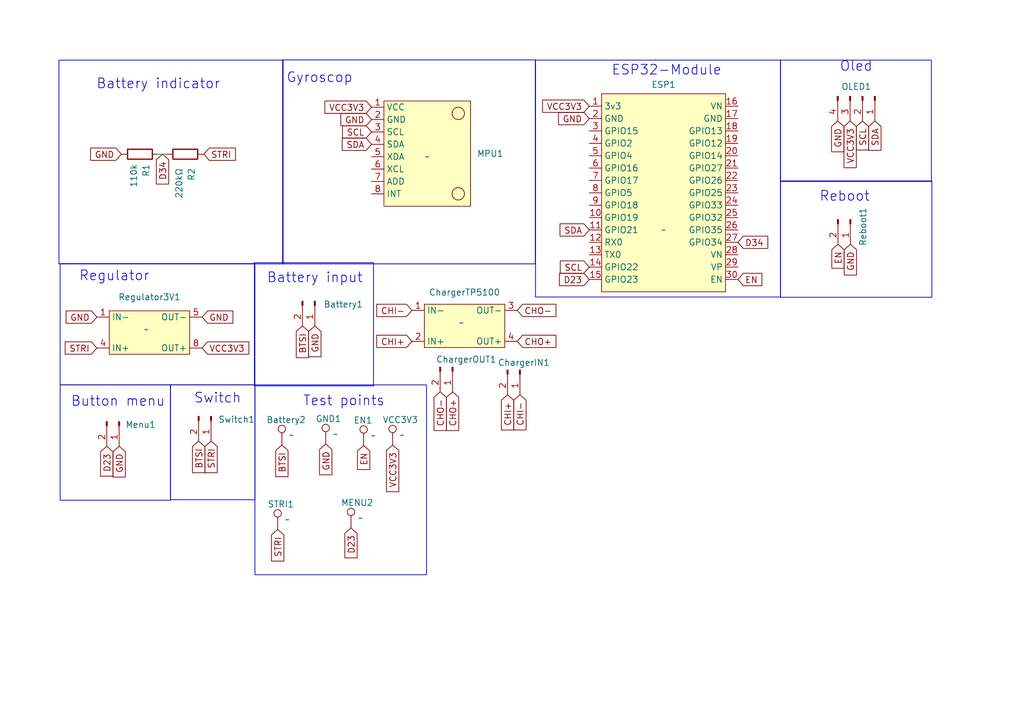
<source format=kicad_sch>
(kicad_sch (version 20230121) (generator eeschema)

  (uuid f46c33c8-782a-49f5-971c-27a888433346)

  (paper "A5")

  (title_block
    (title "Gyroscopic controller")
    (rev "Dominik Klein")
  )

  (lib_symbols
    (symbol "Connector:Conn_01x02_Pin" (pin_names (offset 1.016) hide) (in_bom yes) (on_board yes)
      (property "Reference" "J" (at 0 2.54 0)
        (effects (font (size 1.27 1.27)))
      )
      (property "Value" "Conn_01x02_Pin" (at 0 -5.08 0)
        (effects (font (size 1.27 1.27)))
      )
      (property "Footprint" "" (at 0 0 0)
        (effects (font (size 1.27 1.27)) hide)
      )
      (property "Datasheet" "~" (at 0 0 0)
        (effects (font (size 1.27 1.27)) hide)
      )
      (property "ki_locked" "" (at 0 0 0)
        (effects (font (size 1.27 1.27)))
      )
      (property "ki_keywords" "connector" (at 0 0 0)
        (effects (font (size 1.27 1.27)) hide)
      )
      (property "ki_description" "Generic connector, single row, 01x02, script generated" (at 0 0 0)
        (effects (font (size 1.27 1.27)) hide)
      )
      (property "ki_fp_filters" "Connector*:*_1x??_*" (at 0 0 0)
        (effects (font (size 1.27 1.27)) hide)
      )
      (symbol "Conn_01x02_Pin_1_1"
        (polyline
          (pts
            (xy 1.27 -2.54)
            (xy 0.8636 -2.54)
          )
          (stroke (width 0.1524) (type default))
          (fill (type none))
        )
        (polyline
          (pts
            (xy 1.27 0)
            (xy 0.8636 0)
          )
          (stroke (width 0.1524) (type default))
          (fill (type none))
        )
        (rectangle (start 0.8636 -2.413) (end 0 -2.667)
          (stroke (width 0.1524) (type default))
          (fill (type outline))
        )
        (rectangle (start 0.8636 0.127) (end 0 -0.127)
          (stroke (width 0.1524) (type default))
          (fill (type outline))
        )
        (pin passive line (at 5.08 0 180) (length 3.81)
          (name "Pin_1" (effects (font (size 1.27 1.27))))
          (number "1" (effects (font (size 1.27 1.27))))
        )
        (pin passive line (at 5.08 -2.54 180) (length 3.81)
          (name "Pin_2" (effects (font (size 1.27 1.27))))
          (number "2" (effects (font (size 1.27 1.27))))
        )
      )
    )
    (symbol "Connector:Conn_01x04_Pin" (pin_names (offset 1.016) hide) (in_bom yes) (on_board yes)
      (property "Reference" "J" (at 0 5.08 0)
        (effects (font (size 1.27 1.27)))
      )
      (property "Value" "Conn_01x04_Pin" (at 0 -7.62 0)
        (effects (font (size 1.27 1.27)))
      )
      (property "Footprint" "" (at 0 0 0)
        (effects (font (size 1.27 1.27)) hide)
      )
      (property "Datasheet" "~" (at 0 0 0)
        (effects (font (size 1.27 1.27)) hide)
      )
      (property "ki_locked" "" (at 0 0 0)
        (effects (font (size 1.27 1.27)))
      )
      (property "ki_keywords" "connector" (at 0 0 0)
        (effects (font (size 1.27 1.27)) hide)
      )
      (property "ki_description" "Generic connector, single row, 01x04, script generated" (at 0 0 0)
        (effects (font (size 1.27 1.27)) hide)
      )
      (property "ki_fp_filters" "Connector*:*_1x??_*" (at 0 0 0)
        (effects (font (size 1.27 1.27)) hide)
      )
      (symbol "Conn_01x04_Pin_1_1"
        (polyline
          (pts
            (xy 1.27 -5.08)
            (xy 0.8636 -5.08)
          )
          (stroke (width 0.1524) (type default))
          (fill (type none))
        )
        (polyline
          (pts
            (xy 1.27 -2.54)
            (xy 0.8636 -2.54)
          )
          (stroke (width 0.1524) (type default))
          (fill (type none))
        )
        (polyline
          (pts
            (xy 1.27 0)
            (xy 0.8636 0)
          )
          (stroke (width 0.1524) (type default))
          (fill (type none))
        )
        (polyline
          (pts
            (xy 1.27 2.54)
            (xy 0.8636 2.54)
          )
          (stroke (width 0.1524) (type default))
          (fill (type none))
        )
        (rectangle (start 0.8636 -4.953) (end 0 -5.207)
          (stroke (width 0.1524) (type default))
          (fill (type outline))
        )
        (rectangle (start 0.8636 -2.413) (end 0 -2.667)
          (stroke (width 0.1524) (type default))
          (fill (type outline))
        )
        (rectangle (start 0.8636 0.127) (end 0 -0.127)
          (stroke (width 0.1524) (type default))
          (fill (type outline))
        )
        (rectangle (start 0.8636 2.667) (end 0 2.413)
          (stroke (width 0.1524) (type default))
          (fill (type outline))
        )
        (pin passive line (at 5.08 2.54 180) (length 3.81)
          (name "Pin_1" (effects (font (size 1.27 1.27))))
          (number "1" (effects (font (size 1.27 1.27))))
        )
        (pin passive line (at 5.08 0 180) (length 3.81)
          (name "Pin_2" (effects (font (size 1.27 1.27))))
          (number "2" (effects (font (size 1.27 1.27))))
        )
        (pin passive line (at 5.08 -2.54 180) (length 3.81)
          (name "Pin_3" (effects (font (size 1.27 1.27))))
          (number "3" (effects (font (size 1.27 1.27))))
        )
        (pin passive line (at 5.08 -5.08 180) (length 3.81)
          (name "Pin_4" (effects (font (size 1.27 1.27))))
          (number "4" (effects (font (size 1.27 1.27))))
        )
      )
    )
    (symbol "Connector:TestPoint" (pin_numbers hide) (pin_names (offset 0.762) hide) (in_bom yes) (on_board yes)
      (property "Reference" "TP" (at 0 6.858 0)
        (effects (font (size 1.27 1.27)))
      )
      (property "Value" "TestPoint" (at 0 5.08 0)
        (effects (font (size 1.27 1.27)))
      )
      (property "Footprint" "" (at 5.08 0 0)
        (effects (font (size 1.27 1.27)) hide)
      )
      (property "Datasheet" "~" (at 5.08 0 0)
        (effects (font (size 1.27 1.27)) hide)
      )
      (property "ki_keywords" "test point tp" (at 0 0 0)
        (effects (font (size 1.27 1.27)) hide)
      )
      (property "ki_description" "test point" (at 0 0 0)
        (effects (font (size 1.27 1.27)) hide)
      )
      (property "ki_fp_filters" "Pin* Test*" (at 0 0 0)
        (effects (font (size 1.27 1.27)) hide)
      )
      (symbol "TestPoint_0_1"
        (circle (center 0 3.302) (radius 0.762)
          (stroke (width 0) (type default))
          (fill (type none))
        )
      )
      (symbol "TestPoint_1_1"
        (pin passive line (at 0 0 90) (length 2.54)
          (name "1" (effects (font (size 1.27 1.27))))
          (number "1" (effects (font (size 1.27 1.27))))
        )
      )
    )
    (symbol "Device:R" (pin_numbers hide) (pin_names (offset 0)) (in_bom yes) (on_board yes)
      (property "Reference" "R" (at 2.032 0 90)
        (effects (font (size 1.27 1.27)))
      )
      (property "Value" "R" (at 0 0 90)
        (effects (font (size 1.27 1.27)))
      )
      (property "Footprint" "" (at -1.778 0 90)
        (effects (font (size 1.27 1.27)) hide)
      )
      (property "Datasheet" "~" (at 0 0 0)
        (effects (font (size 1.27 1.27)) hide)
      )
      (property "ki_keywords" "R res resistor" (at 0 0 0)
        (effects (font (size 1.27 1.27)) hide)
      )
      (property "ki_description" "Resistor" (at 0 0 0)
        (effects (font (size 1.27 1.27)) hide)
      )
      (property "ki_fp_filters" "R_*" (at 0 0 0)
        (effects (font (size 1.27 1.27)) hide)
      )
      (symbol "R_0_1"
        (rectangle (start -1.016 -2.54) (end 1.016 2.54)
          (stroke (width 0.254) (type default))
          (fill (type none))
        )
      )
      (symbol "R_1_1"
        (pin passive line (at 0 3.81 270) (length 1.27)
          (name "~" (effects (font (size 1.27 1.27))))
          (number "1" (effects (font (size 1.27 1.27))))
        )
        (pin passive line (at 0 -3.81 90) (length 1.27)
          (name "~" (effects (font (size 1.27 1.27))))
          (number "2" (effects (font (size 1.27 1.27))))
        )
      )
    )
    (symbol "Gyroskopicke-pomucky:ESP32" (in_bom yes) (on_board yes)
      (property "Reference" "ESP32" (at 0 -11.43 0)
        (effects (font (size 1.27 1.27)))
      )
      (property "Value" "" (at 0 0 0)
        (effects (font (size 1.27 1.27)))
      )
      (property "Footprint" "Gyroskopicke-pomucky:ESP32_30Pin_Module" (at 1.27 -13.97 0)
        (effects (font (size 1.27 1.27)) hide)
      )
      (property "Datasheet" "" (at 0 0 0)
        (effects (font (size 1.27 1.27)) hide)
      )
      (symbol "ESP32_1_1"
        (rectangle (start -12.7 27.94) (end 12.7 -12.7)
          (stroke (width 0) (type default))
          (fill (type background))
        )
        (pin input line (at -15.24 25.4 0) (length 2.54)
          (name "3v3" (effects (font (size 1.27 1.27))))
          (number "1" (effects (font (size 1.27 1.27))))
        )
        (pin input line (at -15.24 2.54 0) (length 2.54)
          (name "GPIO19" (effects (font (size 1.27 1.27))))
          (number "10" (effects (font (size 1.27 1.27))))
        )
        (pin input line (at -15.24 0 0) (length 2.54)
          (name "GPIO21" (effects (font (size 1.27 1.27))))
          (number "11" (effects (font (size 1.27 1.27))))
        )
        (pin input line (at -15.24 -2.54 0) (length 2.54)
          (name "RX0" (effects (font (size 1.27 1.27))))
          (number "12" (effects (font (size 1.27 1.27))))
        )
        (pin input line (at -15.24 -5.08 0) (length 2.54)
          (name "TX0" (effects (font (size 1.27 1.27))))
          (number "13" (effects (font (size 1.27 1.27))))
        )
        (pin input line (at -15.24 -7.62 0) (length 2.54)
          (name "GPIO22" (effects (font (size 1.27 1.27))))
          (number "14" (effects (font (size 1.27 1.27))))
        )
        (pin input line (at -15.24 -10.16 0) (length 2.54)
          (name "GPIO23" (effects (font (size 1.27 1.27))))
          (number "15" (effects (font (size 1.27 1.27))))
        )
        (pin input line (at 15.24 25.4 180) (length 2.54)
          (name "VN" (effects (font (size 1.27 1.27))))
          (number "16" (effects (font (size 1.27 1.27))))
        )
        (pin input line (at 15.24 22.86 180) (length 2.54)
          (name "GND" (effects (font (size 1.27 1.27))))
          (number "17" (effects (font (size 1.27 1.27))))
        )
        (pin input line (at 15.24 20.32 180) (length 2.54)
          (name "GPIO13" (effects (font (size 1.27 1.27))))
          (number "18" (effects (font (size 1.27 1.27))))
        )
        (pin input line (at 15.24 17.78 180) (length 2.54)
          (name "GPIO12" (effects (font (size 1.27 1.27))))
          (number "19" (effects (font (size 1.27 1.27))))
        )
        (pin input line (at -15.24 22.86 0) (length 2.54)
          (name "GND" (effects (font (size 1.27 1.27))))
          (number "2" (effects (font (size 1.27 1.27))))
        )
        (pin input line (at 15.24 15.24 180) (length 2.54)
          (name "GPIO14" (effects (font (size 1.27 1.27))))
          (number "20" (effects (font (size 1.27 1.27))))
        )
        (pin input line (at 15.24 12.7 180) (length 2.54)
          (name "GPIO27" (effects (font (size 1.27 1.27))))
          (number "21" (effects (font (size 1.27 1.27))))
        )
        (pin input line (at 15.24 10.16 180) (length 2.54)
          (name "GPIO26" (effects (font (size 1.27 1.27))))
          (number "22" (effects (font (size 1.27 1.27))))
        )
        (pin input line (at 15.24 7.62 180) (length 2.54)
          (name "GPIO25" (effects (font (size 1.27 1.27))))
          (number "23" (effects (font (size 1.27 1.27))))
        )
        (pin input line (at 15.24 5.08 180) (length 2.54)
          (name "GPIO33" (effects (font (size 1.27 1.27))))
          (number "24" (effects (font (size 1.27 1.27))))
        )
        (pin input line (at 15.24 2.54 180) (length 2.54)
          (name "GPIO32" (effects (font (size 1.27 1.27))))
          (number "25" (effects (font (size 1.27 1.27))))
        )
        (pin input line (at 15.24 0 180) (length 2.54)
          (name "GPIO35" (effects (font (size 1.27 1.27))))
          (number "26" (effects (font (size 1.27 1.27))))
        )
        (pin input line (at 15.24 -2.54 180) (length 2.54)
          (name "GPIO34" (effects (font (size 1.27 1.27))))
          (number "27" (effects (font (size 1.27 1.27))))
        )
        (pin input line (at 15.24 -5.08 180) (length 2.54)
          (name "VN" (effects (font (size 1.27 1.27))))
          (number "28" (effects (font (size 1.27 1.27))))
        )
        (pin input line (at 15.24 -7.62 180) (length 2.54)
          (name "VP" (effects (font (size 1.27 1.27))))
          (number "29" (effects (font (size 1.27 1.27))))
        )
        (pin input line (at -15.24 20.32 0) (length 2.54)
          (name "GPIO15" (effects (font (size 1.27 1.27))))
          (number "3" (effects (font (size 1.27 1.27))))
        )
        (pin input line (at 15.24 -10.16 180) (length 2.54)
          (name "EN" (effects (font (size 1.27 1.27))))
          (number "30" (effects (font (size 1.27 1.27))))
        )
        (pin input line (at -15.24 17.78 0) (length 2.54)
          (name "GPIO2" (effects (font (size 1.27 1.27))))
          (number "4" (effects (font (size 1.27 1.27))))
        )
        (pin input line (at -15.24 15.24 0) (length 2.54)
          (name "GPIO4" (effects (font (size 1.27 1.27))))
          (number "5" (effects (font (size 1.27 1.27))))
        )
        (pin input line (at -15.24 12.7 0) (length 2.54)
          (name "GPIO16" (effects (font (size 1.27 1.27))))
          (number "6" (effects (font (size 1.27 1.27))))
        )
        (pin input line (at -15.24 10.16 0) (length 2.54)
          (name "GPIO17" (effects (font (size 1.27 1.27))))
          (number "7" (effects (font (size 1.27 1.27))))
        )
        (pin input line (at -15.24 7.62 0) (length 2.54)
          (name "GPIO5" (effects (font (size 1.27 1.27))))
          (number "8" (effects (font (size 1.27 1.27))))
        )
        (pin input line (at -15.24 5.08 0) (length 2.54)
          (name "GPIO18" (effects (font (size 1.27 1.27))))
          (number "9" (effects (font (size 1.27 1.27))))
        )
      )
    )
    (symbol "Gyroskopicke-pomucky:Gyroskop" (in_bom yes) (on_board yes)
      (property "Reference" "MPU6050" (at 0 -16.51 0)
        (effects (font (size 1.27 1.27)))
      )
      (property "Value" "" (at 0 0 0)
        (effects (font (size 1.27 1.27)))
      )
      (property "Footprint" "" (at 0 0 0)
        (effects (font (size 1.27 1.27)) hide)
      )
      (property "Datasheet" "" (at 0 0 0)
        (effects (font (size 1.27 1.27)) hide)
      )
      (symbol "Gyroskop_1_1"
        (rectangle (start -8.89 11.43) (end 8.89 -10.16)
          (stroke (width 0) (type default))
          (fill (type background))
        )
        (circle (center 6.35 -7.62) (radius 1.27)
          (stroke (width 0) (type default))
          (fill (type none))
        )
        (circle (center 6.35 8.89) (radius 1.27)
          (stroke (width 0) (type default))
          (fill (type none))
        )
        (pin input line (at -11.43 10.16 0) (length 2.54)
          (name "VCC" (effects (font (size 1.27 1.27))))
          (number "1" (effects (font (size 1.27 1.27))))
        )
        (pin input line (at -11.43 7.62 0) (length 2.54)
          (name "GND" (effects (font (size 1.27 1.27))))
          (number "2" (effects (font (size 1.27 1.27))))
        )
        (pin input line (at -11.43 5.08 0) (length 2.54)
          (name "SCL" (effects (font (size 1.27 1.27))))
          (number "3" (effects (font (size 1.27 1.27))))
        )
        (pin input line (at -11.43 2.54 0) (length 2.54)
          (name "SDA" (effects (font (size 1.27 1.27))))
          (number "4" (effects (font (size 1.27 1.27))))
        )
        (pin input line (at -11.43 0 0) (length 2.54)
          (name "XDA" (effects (font (size 1.27 1.27))))
          (number "5" (effects (font (size 1.27 1.27))))
        )
        (pin input line (at -11.43 -2.54 0) (length 2.54)
          (name "XCL" (effects (font (size 1.27 1.27))))
          (number "6" (effects (font (size 1.27 1.27))))
        )
        (pin input line (at -11.43 -5.08 0) (length 2.54)
          (name "ADD" (effects (font (size 1.27 1.27))))
          (number "7" (effects (font (size 1.27 1.27))))
        )
        (pin input line (at -11.43 -7.62 0) (length 2.54)
          (name "INT" (effects (font (size 1.27 1.27))))
          (number "8" (effects (font (size 1.27 1.27))))
        )
      )
    )
    (symbol "Gyroskopicke-pomucky:Regulator" (in_bom yes) (on_board yes)
      (property "Reference" "Regulator3V3" (at 0 5.08 0)
        (effects (font (size 1.27 1.27)))
      )
      (property "Value" "" (at 0 0 0)
        (effects (font (size 1.27 1.27)))
      )
      (property "Footprint" "Gyroskopicke-pomucky:Regulator" (at 0 -7.62 0)
        (effects (font (size 1.27 1.27)) hide)
      )
      (property "Datasheet" "" (at 0 0 0)
        (effects (font (size 1.27 1.27)) hide)
      )
      (symbol "Regulator_1_1"
        (rectangle (start -7.62 3.81) (end 8.89 -5.08)
          (stroke (width 0) (type default))
          (fill (type background))
        )
        (pin input line (at -10.16 2.54 0) (length 2.54)
          (name "IN-" (effects (font (size 1.27 1.27))))
          (number "1" (effects (font (size 1.27 1.27))))
        )
        (pin input line (at -10.16 -3.81 0) (length 2.54)
          (name "IN+" (effects (font (size 1.27 1.27))))
          (number "4" (effects (font (size 1.27 1.27))))
        )
        (pin input line (at 11.43 2.54 180) (length 2.54)
          (name "OUT-" (effects (font (size 1.27 1.27))))
          (number "5" (effects (font (size 1.27 1.27))))
        )
        (pin input line (at 11.43 -3.81 180) (length 2.54)
          (name "OUT+" (effects (font (size 1.27 1.27))))
          (number "8" (effects (font (size 1.27 1.27))))
        )
      )
    )
    (symbol "Regulator_1" (in_bom yes) (on_board yes)
      (property "Reference" "Regulator3V3" (at 0 5.08 0)
        (effects (font (size 1.27 1.27)))
      )
      (property "Value" "" (at 0 0 0)
        (effects (font (size 1.27 1.27)))
      )
      (property "Footprint" "Gyroskopicke-pomucky:Regulator" (at 0 -7.62 0)
        (effects (font (size 1.27 1.27)) hide)
      )
      (property "Datasheet" "" (at 0 0 0)
        (effects (font (size 1.27 1.27)) hide)
      )
      (symbol "Regulator_1_1_1"
        (rectangle (start -7.62 3.81) (end 8.89 -5.08)
          (stroke (width 0) (type default))
          (fill (type background))
        )
        (pin input line (at -10.16 2.54 0) (length 2.54)
          (name "IN-" (effects (font (size 1.27 1.27))))
          (number "1" (effects (font (size 1.27 1.27))))
        )
        (pin input line (at -10.16 -3.81 0) (length 2.54)
          (name "IN+" (effects (font (size 1.27 1.27))))
          (number "2" (effects (font (size 1.27 1.27))))
        )
        (pin input line (at 11.43 2.54 180) (length 2.54)
          (name "OUT-" (effects (font (size 1.27 1.27))))
          (number "3" (effects (font (size 1.27 1.27))))
        )
        (pin input line (at 11.43 -3.81 180) (length 2.54)
          (name "OUT+" (effects (font (size 1.27 1.27))))
          (number "4" (effects (font (size 1.27 1.27))))
        )
      )
    )
  )


  (wire (pts (xy 34.1884 31.6484) (xy 32.512 31.6484))
    (stroke (width 0) (type default))
    (uuid 24ae18e0-6c06-444d-890f-6374ce5c57b7)
  )

  (rectangle (start 52.2732 78.994) (end 87.4776 117.9576)
    (stroke (width 0) (type default))
    (fill (type none))
    (uuid 84373380-8c4e-4f55-8895-e78752065d8b)
  )
  (rectangle (start 160.0708 37.1348) (end 191.1096 61.0108)
    (stroke (width 0) (type default))
    (fill (type none))
    (uuid aab4d5d6-1fc8-483f-a5f1-8bc30b0504f1)
  )
  (rectangle (start 34.9504 78.994) (end 52.2732 102.5652)
    (stroke (width 0) (type default))
    (fill (type none))
    (uuid b1da384c-a982-4e9d-9b76-55103a3b554e)
  )
  (rectangle (start 12.3444 54.102) (end 52.2732 78.994)
    (stroke (width 0) (type default))
    (fill (type none))
    (uuid ce2eea9f-6a35-44f0-92c8-9467e234a583)
  )
  (rectangle (start 57.9628 12.2936) (end 109.7788 54.1528)
    (stroke (width 0) (type default))
    (fill (type none))
    (uuid ce5316ca-6fb9-4ed5-aa1e-8beccb783e97)
  )
  (rectangle (start 109.8296 12.3444) (end 160.0708 60.96)
    (stroke (width 0) (type default))
    (fill (type none))
    (uuid d71bc247-0a7d-4f37-8b08-9b2d733100ba)
  )
  (rectangle (start 160.0708 12.3444) (end 191.008 37.2364)
    (stroke (width 0) (type default))
    (fill (type none))
    (uuid d9c08bc0-2a5c-49b3-b766-9f3e57686b23)
  )
  (rectangle (start 12.3444 78.994) (end 34.9504 102.6668)
    (stroke (width 0) (type default))
    (fill (type none))
    (uuid dc518b70-819c-4d70-a8dc-89f36319f9b5)
  )
  (rectangle (start 12.0904 12.3444) (end 58.0644 54.1528)
    (stroke (width 0) (type default))
    (fill (type none))
    (uuid ef2530a8-86b3-446f-ab3f-60fc149d35fe)
  )
  (rectangle (start 52.1716 53.8988) (end 76.6064 79.1972)
    (stroke (width 0) (type default))
    (fill (type none))
    (uuid fd2306d0-85b4-48b8-922b-00e4a8a7d658)
  )

  (text "Button menu\n" (at 14.478 83.6676 0)
    (effects (font (size 2 2)) (justify left bottom))
    (uuid 3ce0209f-df2a-4dde-97e4-df4bcc871e9e)
  )
  (text "Reboot\n\n" (at 167.9956 44.8056 0)
    (effects (font (size 2 2)) (justify left bottom))
    (uuid 429b915e-731c-481b-80a9-7dc96d858b3a)
  )
  (text "ESP32-Module" (at 125.3744 15.6972 0)
    (effects (font (size 2 2)) (justify left bottom))
    (uuid 4b8c2468-0322-4862-9475-4a03a4e2dc9d)
  )
  (text "Gyroscop\n\n\n" (at 58.674 23.6728 0)
    (effects (font (size 2 2)) (justify left bottom))
    (uuid 574fbfab-816a-42f6-ae31-14f36af88d45)
  )
  (text "Regulator\n" (at 16.1544 57.912 0)
    (effects (font (size 2 2)) (justify left bottom))
    (uuid 672a3ba4-420d-4dbf-b443-af96c77295d1)
  )
  (text "Oled\n\n" (at 172.1612 18.1356 0)
    (effects (font (size 2 2)) (justify left bottom))
    (uuid 6ee9e5a1-d4ed-4d62-8ac9-e48a46901d18)
  )
  (text "Battery indicator\n\n\n" (at 19.7104 24.9428 0)
    (effects (font (size 2 2)) (justify left bottom))
    (uuid 7298273f-14ac-42cb-a5d9-d7bf0dcdaf7b)
  )
  (text "Battery input\n\n" (at 54.6608 61.5188 0)
    (effects (font (size 2 2)) (justify left bottom))
    (uuid 7aad5b9d-f3b7-43c9-98d4-d32564652d17)
  )
  (text "Switch\n" (at 39.7256 83.0072 0)
    (effects (font (size 2 2)) (justify left bottom))
    (uuid d579d189-cbf6-4f0e-9726-bd98ee88ae3f)
  )
  (text "Test points\n" (at 62.0776 83.566 0)
    (effects (font (size 2 2)) (justify left bottom))
    (uuid e7fc5ca7-426a-4717-b722-97d1e655c5ca)
  )

  (global_label "BTSI" (shape input) (at 62.0268 66.9036 270) (fields_autoplaced)
    (effects (font (size 1.27 1.27)) (justify right))
    (uuid 076a99e5-264a-4f09-b173-deba337a6415)
    (property "Intersheetrefs" "${INTERSHEET_REFS}" (at 62.0268 73.9407 90)
      (effects (font (size 1.27 1.27)) (justify right) hide)
    )
  )
  (global_label "SCL" (shape input) (at 176.8856 24.8412 270) (fields_autoplaced)
    (effects (font (size 1.27 1.27)) (justify right))
    (uuid 08a9fa4a-8cf9-4347-919b-5aa339a8a1fb)
    (property "Intersheetrefs" "${INTERSHEET_REFS}" (at 176.8856 31.334 90)
      (effects (font (size 1.27 1.27)) (justify right) hide)
    )
  )
  (global_label "VCC3V3" (shape input) (at 80.518 91.3384 270) (fields_autoplaced)
    (effects (font (size 1.27 1.27)) (justify right))
    (uuid 1502a40e-c438-400d-a6c0-b24cdb73167e)
    (property "Intersheetrefs" "${INTERSHEET_REFS}" (at 80.518 101.4598 90)
      (effects (font (size 1.27 1.27)) (justify right) hide)
    )
  )
  (global_label "CHO+" (shape input) (at 106.0704 70.0532 0) (fields_autoplaced)
    (effects (font (size 1.27 1.27)) (justify left))
    (uuid 1524d255-fd2f-418d-be00-c27452b3f979)
    (property "Intersheetrefs" "${INTERSHEET_REFS}" (at 114.559 70.0532 0)
      (effects (font (size 1.27 1.27)) (justify left) hide)
    )
  )
  (global_label "GND" (shape input) (at 24.892 31.6484 180) (fields_autoplaced)
    (effects (font (size 1.27 1.27)) (justify right))
    (uuid 26299a52-8dd0-4fb6-85ce-6792defe1d3b)
    (property "Intersheetrefs" "${INTERSHEET_REFS}" (at 18.0363 31.6484 0)
      (effects (font (size 1.27 1.27)) (justify right) hide)
    )
  )
  (global_label "D34" (shape input) (at 151.3332 49.7332 0) (fields_autoplaced)
    (effects (font (size 1.27 1.27)) (justify left))
    (uuid 30306e90-30c2-49f0-9399-78044e9400b0)
    (property "Intersheetrefs" "${INTERSHEET_REFS}" (at 158.0074 49.7332 0)
      (effects (font (size 1.27 1.27)) (justify left) hide)
    )
  )
  (global_label "STRI" (shape input) (at 41.8084 31.6484 0) (fields_autoplaced)
    (effects (font (size 1.27 1.27)) (justify left))
    (uuid 3090365e-fdaf-4a52-99e3-38b0444f61a1)
    (property "Intersheetrefs" "${INTERSHEET_REFS}" (at 48.8455 31.6484 0)
      (effects (font (size 1.27 1.27)) (justify left) hide)
    )
  )
  (global_label "D34" (shape input) (at 33.3291 31.6484 270) (fields_autoplaced)
    (effects (font (size 1.27 1.27)) (justify right))
    (uuid 32066b88-854f-4e05-ab7f-7c462084a7f5)
    (property "Intersheetrefs" "${INTERSHEET_REFS}" (at 33.3291 38.3226 90)
      (effects (font (size 1.27 1.27)) (justify right) hide)
    )
  )
  (global_label "CHI-" (shape input) (at 84.4804 63.7032 180) (fields_autoplaced)
    (effects (font (size 1.27 1.27)) (justify right))
    (uuid 38d71d92-effa-4d4d-b71a-9672f65f5b88)
    (property "Intersheetrefs" "${INTERSHEET_REFS}" (at 76.7175 63.7032 0)
      (effects (font (size 1.27 1.27)) (justify right) hide)
    )
  )
  (global_label "VCC3V3" (shape input) (at 76.2 21.9964 180) (fields_autoplaced)
    (effects (font (size 1.27 1.27)) (justify right))
    (uuid 3d8b537f-f669-423d-845f-e69fa111b754)
    (property "Intersheetrefs" "${INTERSHEET_REFS}" (at 66.0786 21.9964 0)
      (effects (font (size 1.27 1.27)) (justify right) hide)
    )
  )
  (global_label "GND" (shape input) (at 171.8056 24.8412 270) (fields_autoplaced)
    (effects (font (size 1.27 1.27)) (justify right))
    (uuid 3ed60dde-5f72-4e86-8b27-af7e2475edb4)
    (property "Intersheetrefs" "${INTERSHEET_REFS}" (at 171.8056 31.6969 90)
      (effects (font (size 1.27 1.27)) (justify right) hide)
    )
  )
  (global_label "GND" (shape input) (at 76.2 24.5364 180) (fields_autoplaced)
    (effects (font (size 1.27 1.27)) (justify right))
    (uuid 4ec4db61-dd00-468d-9381-90f80cd4e421)
    (property "Intersheetrefs" "${INTERSHEET_REFS}" (at 69.3443 24.5364 0)
      (effects (font (size 1.27 1.27)) (justify right) hide)
    )
  )
  (global_label "CHI-" (shape input) (at 106.6292 81.026 270) (fields_autoplaced)
    (effects (font (size 1.27 1.27)) (justify right))
    (uuid 500b1638-a1cf-4ce3-8abf-143f23652c4a)
    (property "Intersheetrefs" "${INTERSHEET_REFS}" (at 106.6292 88.7889 90)
      (effects (font (size 1.27 1.27)) (justify right) hide)
    )
  )
  (global_label "CHO+" (shape input) (at 92.8116 80.4164 270) (fields_autoplaced)
    (effects (font (size 1.27 1.27)) (justify right))
    (uuid 50342c03-be89-4a43-ae92-dfb01fd54ef5)
    (property "Intersheetrefs" "${INTERSHEET_REFS}" (at 92.8116 88.905 90)
      (effects (font (size 1.27 1.27)) (justify right) hide)
    )
  )
  (global_label "CHO-" (shape input) (at 106.0704 63.7032 0) (fields_autoplaced)
    (effects (font (size 1.27 1.27)) (justify left))
    (uuid 5938a6de-79e9-4ffa-8545-1cd284491c6e)
    (property "Intersheetrefs" "${INTERSHEET_REFS}" (at 114.559 63.7032 0)
      (effects (font (size 1.27 1.27)) (justify left) hide)
    )
  )
  (global_label "SDA" (shape input) (at 179.4256 24.8412 270) (fields_autoplaced)
    (effects (font (size 1.27 1.27)) (justify right))
    (uuid 5c1791b9-c356-47a2-b333-9465d202cb72)
    (property "Intersheetrefs" "${INTERSHEET_REFS}" (at 179.4256 31.3945 90)
      (effects (font (size 1.27 1.27)) (justify right) hide)
    )
  )
  (global_label "GND" (shape input) (at 120.8532 24.3332 180) (fields_autoplaced)
    (effects (font (size 1.27 1.27)) (justify right))
    (uuid 6039eb1f-c736-4b6e-bdbf-fdd7f88e9387)
    (property "Intersheetrefs" "${INTERSHEET_REFS}" (at 113.9975 24.3332 0)
      (effects (font (size 1.27 1.27)) (justify right) hide)
    )
  )
  (global_label "GND" (shape input) (at 19.8628 65.0748 180) (fields_autoplaced)
    (effects (font (size 1.27 1.27)) (justify right))
    (uuid 68c0d79c-0fe0-48e8-ab38-584a92e796f1)
    (property "Intersheetrefs" "${INTERSHEET_REFS}" (at 13.0071 65.0748 0)
      (effects (font (size 1.27 1.27)) (justify right) hide)
    )
  )
  (global_label "SDA" (shape input) (at 120.8532 47.1932 180) (fields_autoplaced)
    (effects (font (size 1.27 1.27)) (justify right))
    (uuid 6de43bb9-dbae-4664-9143-367c1cbe4458)
    (property "Intersheetrefs" "${INTERSHEET_REFS}" (at 114.2999 47.1932 0)
      (effects (font (size 1.27 1.27)) (justify right) hide)
    )
  )
  (global_label "VCC3V3" (shape input) (at 41.4528 71.4248 0) (fields_autoplaced)
    (effects (font (size 1.27 1.27)) (justify left))
    (uuid 7b57ddb1-9c69-421d-90c8-643481c78344)
    (property "Intersheetrefs" "${INTERSHEET_REFS}" (at 51.5742 71.4248 0)
      (effects (font (size 1.27 1.27)) (justify left) hide)
    )
  )
  (global_label "BTSI" (shape input) (at 40.7416 90.5256 270) (fields_autoplaced)
    (effects (font (size 1.27 1.27)) (justify right))
    (uuid 7b64aa25-e012-4a30-87c8-3540c81bc4b1)
    (property "Intersheetrefs" "${INTERSHEET_REFS}" (at 40.7416 97.5627 90)
      (effects (font (size 1.27 1.27)) (justify right) hide)
    )
  )
  (global_label "CHO-" (shape input) (at 90.2716 80.4164 270) (fields_autoplaced)
    (effects (font (size 1.27 1.27)) (justify right))
    (uuid 7ffa1ac4-f090-421c-a0ee-ab282d9c2315)
    (property "Intersheetrefs" "${INTERSHEET_REFS}" (at 90.2716 88.905 90)
      (effects (font (size 1.27 1.27)) (justify right) hide)
    )
  )
  (global_label "SCL" (shape input) (at 76.2 27.0764 180) (fields_autoplaced)
    (effects (font (size 1.27 1.27)) (justify right))
    (uuid 8091eda2-ed0b-42ff-96fb-b315b06a889a)
    (property "Intersheetrefs" "${INTERSHEET_REFS}" (at 69.7072 27.0764 0)
      (effects (font (size 1.27 1.27)) (justify right) hide)
    )
  )
  (global_label "EN" (shape input) (at 74.5744 91.44 270) (fields_autoplaced)
    (effects (font (size 1.27 1.27)) (justify right))
    (uuid 8cee68b7-9206-452f-bc72-9755018615e3)
    (property "Intersheetrefs" "${INTERSHEET_REFS}" (at 74.5744 96.9047 90)
      (effects (font (size 1.27 1.27)) (justify right) hide)
    )
  )
  (global_label "EN" (shape input) (at 171.8564 50.1396 270) (fields_autoplaced)
    (effects (font (size 1.27 1.27)) (justify right))
    (uuid 8d053649-0265-407a-9c9e-717c37e69e3c)
    (property "Intersheetrefs" "${INTERSHEET_REFS}" (at 171.8564 55.6043 90)
      (effects (font (size 1.27 1.27)) (justify right) hide)
    )
  )
  (global_label "VCC3V3" (shape input) (at 120.8532 21.7932 180) (fields_autoplaced)
    (effects (font (size 1.27 1.27)) (justify right))
    (uuid 97fbac8b-2a00-48a7-a3d6-6b2dd6fdc888)
    (property "Intersheetrefs" "${INTERSHEET_REFS}" (at 110.7318 21.7932 0)
      (effects (font (size 1.27 1.27)) (justify right) hide)
    )
  )
  (global_label "STRI" (shape input) (at 43.2816 90.5256 270) (fields_autoplaced)
    (effects (font (size 1.27 1.27)) (justify right))
    (uuid a5b42c7f-e43a-442b-b39b-12c3392c124f)
    (property "Intersheetrefs" "${INTERSHEET_REFS}" (at 43.2816 97.5627 90)
      (effects (font (size 1.27 1.27)) (justify right) hide)
    )
  )
  (global_label "STRI" (shape input) (at 56.9468 108.6612 270) (fields_autoplaced)
    (effects (font (size 1.27 1.27)) (justify right))
    (uuid b3b07484-ebb8-40bc-9a26-6055aa8ec952)
    (property "Intersheetrefs" "${INTERSHEET_REFS}" (at 56.9468 115.6983 90)
      (effects (font (size 1.27 1.27)) (justify right) hide)
    )
  )
  (global_label "GND" (shape input) (at 41.4528 65.0748 0) (fields_autoplaced)
    (effects (font (size 1.27 1.27)) (justify left))
    (uuid b5b43983-70ed-46a8-a873-7ac3cc818c0a)
    (property "Intersheetrefs" "${INTERSHEET_REFS}" (at 48.3085 65.0748 0)
      (effects (font (size 1.27 1.27)) (justify left) hide)
    )
  )
  (global_label "STRI" (shape input) (at 19.8628 71.4248 180) (fields_autoplaced)
    (effects (font (size 1.27 1.27)) (justify right))
    (uuid b8e0e4c8-c7d4-4917-8dbf-96c3431fb5c7)
    (property "Intersheetrefs" "${INTERSHEET_REFS}" (at 12.8257 71.4248 0)
      (effects (font (size 1.27 1.27)) (justify right) hide)
    )
  )
  (global_label "BTSI" (shape input) (at 57.8104 91.3384 270) (fields_autoplaced)
    (effects (font (size 1.27 1.27)) (justify right))
    (uuid c0e2547a-eb84-4e80-8b1a-2182398d1837)
    (property "Intersheetrefs" "${INTERSHEET_REFS}" (at 57.8104 98.3755 90)
      (effects (font (size 1.27 1.27)) (justify right) hide)
    )
  )
  (global_label "SCL" (shape input) (at 120.8532 54.8132 180) (fields_autoplaced)
    (effects (font (size 1.27 1.27)) (justify right))
    (uuid c105d76e-1c63-447c-bd22-c5d49086cf55)
    (property "Intersheetrefs" "${INTERSHEET_REFS}" (at 114.3604 54.8132 0)
      (effects (font (size 1.27 1.27)) (justify right) hide)
    )
  )
  (global_label "D23" (shape input) (at 71.9836 108.3564 270) (fields_autoplaced)
    (effects (font (size 1.27 1.27)) (justify right))
    (uuid d74f3a97-b018-485a-ab44-983677d08798)
    (property "Intersheetrefs" "${INTERSHEET_REFS}" (at 71.9836 115.0306 90)
      (effects (font (size 1.27 1.27)) (justify right) hide)
    )
  )
  (global_label "SDA" (shape input) (at 76.2 29.6164 180) (fields_autoplaced)
    (effects (font (size 1.27 1.27)) (justify right))
    (uuid da909092-03a3-4eb7-9be4-dda20a80112d)
    (property "Intersheetrefs" "${INTERSHEET_REFS}" (at 69.6467 29.6164 0)
      (effects (font (size 1.27 1.27)) (justify right) hide)
    )
  )
  (global_label "CHI+" (shape input) (at 84.4804 70.0532 180) (fields_autoplaced)
    (effects (font (size 1.27 1.27)) (justify right))
    (uuid e45ac3cd-49f8-4349-939f-62ba4a5b180f)
    (property "Intersheetrefs" "${INTERSHEET_REFS}" (at 76.7175 70.0532 0)
      (effects (font (size 1.27 1.27)) (justify right) hide)
    )
  )
  (global_label "CHI+" (shape input) (at 104.0892 81.026 270) (fields_autoplaced)
    (effects (font (size 1.27 1.27)) (justify right))
    (uuid e8517f66-34d4-4191-9f01-054b1549ac1e)
    (property "Intersheetrefs" "${INTERSHEET_REFS}" (at 104.0892 88.7889 90)
      (effects (font (size 1.27 1.27)) (justify right) hide)
    )
  )
  (global_label "GND" (shape input) (at 64.5668 66.9036 270) (fields_autoplaced)
    (effects (font (size 1.27 1.27)) (justify right))
    (uuid e958596c-bc17-4fb7-b8c1-3761663b42b7)
    (property "Intersheetrefs" "${INTERSHEET_REFS}" (at 64.5668 73.7593 90)
      (effects (font (size 1.27 1.27)) (justify right) hide)
    )
  )
  (global_label "GND" (shape input) (at 174.3964 50.1396 270) (fields_autoplaced)
    (effects (font (size 1.27 1.27)) (justify right))
    (uuid f210e2eb-9609-4bc3-94a3-c8d417bf3f4f)
    (property "Intersheetrefs" "${INTERSHEET_REFS}" (at 174.3964 56.9953 90)
      (effects (font (size 1.27 1.27)) (justify right) hide)
    )
  )
  (global_label "EN" (shape input) (at 151.3332 57.3532 0) (fields_autoplaced)
    (effects (font (size 1.27 1.27)) (justify left))
    (uuid f395e03c-9c81-42c6-8266-581b074498f8)
    (property "Intersheetrefs" "${INTERSHEET_REFS}" (at 156.7979 57.3532 0)
      (effects (font (size 1.27 1.27)) (justify left) hide)
    )
  )
  (global_label "D23" (shape input) (at 120.8532 57.3532 180) (fields_autoplaced)
    (effects (font (size 1.27 1.27)) (justify right))
    (uuid f6654c7e-65f0-4e24-9407-67ea9bdbebca)
    (property "Intersheetrefs" "${INTERSHEET_REFS}" (at 114.179 57.3532 0)
      (effects (font (size 1.27 1.27)) (justify right) hide)
    )
  )
  (global_label "GND" (shape input) (at 24.4348 91.5924 270) (fields_autoplaced)
    (effects (font (size 1.27 1.27)) (justify right))
    (uuid fa284095-646a-41f1-ae98-ce8223f447e2)
    (property "Intersheetrefs" "${INTERSHEET_REFS}" (at 24.4348 98.4481 90)
      (effects (font (size 1.27 1.27)) (justify right) hide)
    )
  )
  (global_label "D23" (shape input) (at 21.8948 91.5924 270) (fields_autoplaced)
    (effects (font (size 1.27 1.27)) (justify right))
    (uuid fa79c0ed-744b-4915-bf6d-c5f35c158163)
    (property "Intersheetrefs" "${INTERSHEET_REFS}" (at 21.8948 98.2666 90)
      (effects (font (size 1.27 1.27)) (justify right) hide)
    )
  )
  (global_label "GND" (shape input) (at 66.802 91.1352 270) (fields_autoplaced)
    (effects (font (size 1.27 1.27)) (justify right))
    (uuid fafe0e50-aee2-4756-af34-dfffbf6ff452)
    (property "Intersheetrefs" "${INTERSHEET_REFS}" (at 66.802 97.9909 90)
      (effects (font (size 1.27 1.27)) (justify right) hide)
    )
  )
  (global_label "VCC3V3" (shape input) (at 174.3456 24.8412 270) (fields_autoplaced)
    (effects (font (size 1.27 1.27)) (justify right))
    (uuid fe9ac87e-00fa-4036-b47e-6f9b4fdb4ffb)
    (property "Intersheetrefs" "${INTERSHEET_REFS}" (at 174.3456 34.9626 90)
      (effects (font (size 1.27 1.27)) (justify right) hide)
    )
  )

  (symbol (lib_id "Connector:Conn_01x02_Pin") (at 43.2816 85.4456 270) (unit 1)
    (in_bom yes) (on_board yes) (dnp no) (fields_autoplaced)
    (uuid 0721ca99-1f6a-4150-8004-accfe5f25efa)
    (property "Reference" "Switch1" (at 44.7548 86.0806 90)
      (effects (font (size 1.27 1.27)) (justify left))
    )
    (property "Value" "Conn_01x02_Pin" (at 46.0248 86.0806 0)
      (effects (font (size 1.27 1.27)) hide)
    )
    (property "Footprint" "Gyroskopicke-pomucky:Tlacitko" (at 43.2816 85.4456 0)
      (effects (font (size 1.27 1.27)) hide)
    )
    (property "Datasheet" "~" (at 43.2816 85.4456 0)
      (effects (font (size 1.27 1.27)) hide)
    )
    (pin "1" (uuid f5cb3fc9-85e9-4312-b0fc-6593f6ddcb0f))
    (pin "2" (uuid 5c5c575b-2991-4ad5-93b6-60a5e6d94889))
    (instances
      (project "Gyroskopicky-ovladac-poupravene"
        (path "/f46c33c8-782a-49f5-971c-27a888433346"
          (reference "Switch1") (unit 1)
        )
      )
    )
  )

  (symbol (lib_id "Connector:Conn_01x02_Pin") (at 174.3964 45.0596 270) (unit 1)
    (in_bom yes) (on_board yes) (dnp no)
    (uuid 1243a7f5-bc0b-47d2-9b31-797239aca253)
    (property "Reference" "Reboot1" (at 176.9872 46.5328 0)
      (effects (font (size 1.27 1.27)))
    )
    (property "Value" "Conn_01x02_Pin" (at 177.1396 45.6946 0)
      (effects (font (size 1.27 1.27)) hide)
    )
    (property "Footprint" "Gyroskopicke-pomucky:Tlacitko" (at 174.3964 45.0596 0)
      (effects (font (size 1.27 1.27)) hide)
    )
    (property "Datasheet" "~" (at 174.3964 45.0596 0)
      (effects (font (size 1.27 1.27)) hide)
    )
    (pin "1" (uuid 494003ed-1105-46c9-90b0-d22103de04cb))
    (pin "2" (uuid f64299b6-3563-42c6-8a89-c678557fac0b))
    (instances
      (project "Gyroskopicky-ovladac-poupravene"
        (path "/f46c33c8-782a-49f5-971c-27a888433346"
          (reference "Reboot1") (unit 1)
        )
      )
    )
  )

  (symbol (lib_id "Connector:Conn_01x02_Pin") (at 64.5668 61.8236 270) (unit 1)
    (in_bom yes) (on_board yes) (dnp no) (fields_autoplaced)
    (uuid 1b9065da-fb67-417f-b4eb-b393c021df27)
    (property "Reference" "Battery1" (at 66.3448 62.4586 90)
      (effects (font (size 1.27 1.27)) (justify left))
    )
    (property "Value" "Conn_01x02_Pin" (at 67.31 62.4586 0)
      (effects (font (size 1.27 1.27)) hide)
    )
    (property "Footprint" "Gyroskopicke-pomucky:Tlacitko" (at 64.5668 61.8236 0)
      (effects (font (size 1.27 1.27)) hide)
    )
    (property "Datasheet" "~" (at 64.5668 61.8236 0)
      (effects (font (size 1.27 1.27)) hide)
    )
    (pin "1" (uuid 16e0fce9-9634-4cb6-9cff-d68cf1bcc6e3))
    (pin "2" (uuid 98881d66-d3f9-45bb-b6ad-aede182c12b5))
    (instances
      (project "Gyroskopicky-ovladac-poupravene"
        (path "/f46c33c8-782a-49f5-971c-27a888433346"
          (reference "Battery1") (unit 1)
        )
      )
    )
  )

  (symbol (lib_id "Gyroskopicke-pomucky:Gyroskop") (at 87.63 32.1564 0) (unit 1)
    (in_bom yes) (on_board yes) (dnp no) (fields_autoplaced)
    (uuid 2aa252c7-96e5-4e9d-be9e-3ab85db5f670)
    (property "Reference" "MPU1" (at 97.79 31.5214 0)
      (effects (font (size 1.27 1.27)) (justify left))
    )
    (property "Value" "~" (at 87.63 32.1564 0)
      (effects (font (size 1.27 1.27)))
    )
    (property "Footprint" "Gyroskopicke-pomucky:Gyroskop" (at 87.63 32.1564 0)
      (effects (font (size 1.27 1.27)) hide)
    )
    (property "Datasheet" "" (at 87.63 32.1564 0)
      (effects (font (size 1.27 1.27)) hide)
    )
    (pin "1" (uuid 0a4ed712-e907-40bc-a123-da70046c39e8))
    (pin "2" (uuid c43fba1a-6308-4ebf-8b73-655b6f6e3636))
    (pin "3" (uuid 889ef026-2f05-4c1f-91fe-a803f80f612a))
    (pin "4" (uuid deabfd86-4418-4560-9cc7-a553d37336c7))
    (pin "5" (uuid 3d6e9900-e839-479e-a016-9c96c0b4c75c))
    (pin "6" (uuid 30065496-e550-4fd0-8d37-530877a20f58))
    (pin "7" (uuid a7a255fa-dd7f-4086-b706-de2625632cf6))
    (pin "8" (uuid 424ba860-bc4b-491b-8e8b-46192ac6b3a6))
    (instances
      (project "Gyroskopicky-ovladac-poupravene"
        (path "/f46c33c8-782a-49f5-971c-27a888433346"
          (reference "MPU1") (unit 1)
        )
      )
    )
  )

  (symbol (lib_id "Connector:Conn_01x04_Pin") (at 176.8856 19.7612 270) (unit 1)
    (in_bom yes) (on_board yes) (dnp no) (fields_autoplaced)
    (uuid 30788f4b-e058-4924-ab51-abc592518fb1)
    (property "Reference" "OLED1" (at 175.6156 17.78 90)
      (effects (font (size 1.27 1.27)))
    )
    (property "Value" "Conn_01x04_Pin" (at 181.6608 20.3962 0)
      (effects (font (size 1.27 1.27)) hide)
    )
    (property "Footprint" "Gyroskopicke-pomucky:OLED" (at 176.8856 19.7612 0)
      (effects (font (size 1.27 1.27)) hide)
    )
    (property "Datasheet" "~" (at 176.8856 19.7612 0)
      (effects (font (size 1.27 1.27)) hide)
    )
    (pin "1" (uuid 35ceace7-dd76-4705-a30a-940c9c6daa84))
    (pin "2" (uuid 72f9c335-e468-40fb-aaf0-2ff8528c738a))
    (pin "3" (uuid f37dd5fb-3e9e-414d-a14c-05a1d9145189))
    (pin "4" (uuid ea55186d-ce57-4343-85b1-6ba0b7c9868e))
    (instances
      (project "Gyroskopicky-ovladac-poupravene"
        (path "/f46c33c8-782a-49f5-971c-27a888433346"
          (reference "OLED1") (unit 1)
        )
      )
    )
  )

  (symbol (lib_id "Connector:TestPoint") (at 66.802 91.1352 0) (unit 1)
    (in_bom yes) (on_board yes) (dnp no)
    (uuid 311d890a-243b-4561-9ad3-d7dfb18c5f3a)
    (property "Reference" "GND1" (at 64.7192 85.9536 0)
      (effects (font (size 1.27 1.27)) (justify left))
    )
    (property "Value" "~" (at 68.2244 89.1032 0)
      (effects (font (size 1.27 1.27)) (justify left))
    )
    (property "Footprint" "TestPoint:TestPoint_Pad_1.0x1.0mm" (at 71.882 91.1352 0)
      (effects (font (size 1.27 1.27)) hide)
    )
    (property "Datasheet" "~" (at 71.882 91.1352 0)
      (effects (font (size 1.27 1.27)) hide)
    )
    (pin "1" (uuid b1516119-fb1b-4d99-8ef2-287d1f9a6744))
    (instances
      (project "Gyroskopicky-ovladac-poupravene"
        (path "/f46c33c8-782a-49f5-971c-27a888433346"
          (reference "GND1") (unit 1)
        )
      )
    )
  )

  (symbol (lib_id "Device:R") (at 28.702 31.6484 270) (unit 1)
    (in_bom yes) (on_board yes) (dnp no) (fields_autoplaced)
    (uuid 32be5b4e-b212-439f-92be-e88219c12c6e)
    (property "Reference" "R2" (at 29.972 33.6296 0)
      (effects (font (size 1.27 1.27)) (justify left))
    )
    (property "Value" "110k" (at 27.432 33.6296 0)
      (effects (font (size 1.27 1.27)) (justify left))
    )
    (property "Footprint" "Resistor_THT:R_Axial_DIN0207_L6.3mm_D2.5mm_P10.16mm_Horizontal" (at 28.702 29.8704 90)
      (effects (font (size 1.27 1.27)) hide)
    )
    (property "Datasheet" "~" (at 28.702 31.6484 0)
      (effects (font (size 1.27 1.27)) hide)
    )
    (property "Sim.Device" "R" (at 28.702 31.6484 0)
      (effects (font (size 1.27 1.27)) hide)
    )
    (property "Sim.Pins" "1=+ 2=-" (at 28.702 31.6484 0)
      (effects (font (size 1.27 1.27)) hide)
    )
    (pin "1" (uuid b4a220c0-9d43-4447-ab3c-e4d6564f6d96))
    (pin "2" (uuid 09f4a7b6-9165-47b6-a2fe-f170494703b7))
    (instances
      (project "Maturitas"
        (path "/dc65a39d-dbc3-4e31-bfcb-5b8a0d0009dd"
          (reference "R2") (unit 1)
        )
      )
      (project "Gyroskopicky-ovladac-poupravene"
        (path "/f46c33c8-782a-49f5-971c-27a888433346"
          (reference "R1") (unit 1)
        )
      )
    )
  )

  (symbol (lib_id "Connector:Conn_01x02_Pin") (at 92.8116 75.3364 270) (unit 1)
    (in_bom yes) (on_board yes) (dnp no)
    (uuid 3af7220f-2b30-4556-8b2c-0066b43504fc)
    (property "Reference" "ChargerOUT1" (at 89.408 73.7616 90)
      (effects (font (size 1.27 1.27)) (justify left))
    )
    (property "Value" "Conn_01x02_Pin" (at 95.5548 75.9714 0)
      (effects (font (size 1.27 1.27)) hide)
    )
    (property "Footprint" "Gyroskopicke-pomucky:Tlacitko" (at 92.8116 75.3364 0)
      (effects (font (size 1.27 1.27)) hide)
    )
    (property "Datasheet" "~" (at 92.8116 75.3364 0)
      (effects (font (size 1.27 1.27)) hide)
    )
    (pin "1" (uuid a0f5b0f7-443d-4200-b57b-c7c4a201bc76))
    (pin "2" (uuid 87603f1a-a12a-4a09-97c3-0cdf9e1d75d4))
    (instances
      (project "Gyroskopicky-ovladac-poupravene"
        (path "/f46c33c8-782a-49f5-971c-27a888433346"
          (reference "ChargerOUT1") (unit 1)
        )
      )
    )
  )

  (symbol (lib_id "Connector:TestPoint") (at 56.9468 108.6612 0) (unit 1)
    (in_bom yes) (on_board yes) (dnp no)
    (uuid 4d3edf66-7afc-4f63-9b0e-6f47ba0cbda5)
    (property "Reference" "STRI1" (at 54.864 103.4796 0)
      (effects (font (size 1.27 1.27)) (justify left))
    )
    (property "Value" "~" (at 58.3692 106.6292 0)
      (effects (font (size 1.27 1.27)) (justify left))
    )
    (property "Footprint" "TestPoint:TestPoint_Pad_1.0x1.0mm" (at 62.0268 108.6612 0)
      (effects (font (size 1.27 1.27)) hide)
    )
    (property "Datasheet" "~" (at 62.0268 108.6612 0)
      (effects (font (size 1.27 1.27)) hide)
    )
    (pin "1" (uuid 9e6b38bb-fa98-4935-8fd9-3468c225028c))
    (instances
      (project "Gyroskopicky-ovladac-poupravene"
        (path "/f46c33c8-782a-49f5-971c-27a888433346"
          (reference "STRI1") (unit 1)
        )
      )
    )
  )

  (symbol (lib_id "Connector:Conn_01x02_Pin") (at 24.4348 86.5124 270) (unit 1)
    (in_bom yes) (on_board yes) (dnp no) (fields_autoplaced)
    (uuid 72f44e4d-10da-4353-8282-ddefca5dee9c)
    (property "Reference" "Menu1" (at 25.7048 87.1474 90)
      (effects (font (size 1.27 1.27)) (justify left))
    )
    (property "Value" "Conn_01x02_Pin" (at 27.178 87.1474 0)
      (effects (font (size 1.27 1.27)) hide)
    )
    (property "Footprint" "Gyroskopicke-pomucky:Tlacitko" (at 24.4348 86.5124 0)
      (effects (font (size 1.27 1.27)) hide)
    )
    (property "Datasheet" "~" (at 24.4348 86.5124 0)
      (effects (font (size 1.27 1.27)) hide)
    )
    (pin "1" (uuid 92adfeeb-93c5-43ef-b6b0-cbaadb734a86))
    (pin "2" (uuid 297f8ff4-8c4f-45cc-b97c-347242bbac6a))
    (instances
      (project "Gyroskopicky-ovladac-poupravene"
        (path "/f46c33c8-782a-49f5-971c-27a888433346"
          (reference "Menu1") (unit 1)
        )
      )
    )
  )

  (symbol (lib_name "Regulator_1") (lib_id "Gyroskopicke-pomucky:Regulator") (at 94.6404 66.2432 0) (unit 1)
    (in_bom yes) (on_board yes) (dnp no) (fields_autoplaced)
    (uuid 780f4ba9-f011-4d23-8d88-c8809578afdd)
    (property "Reference" "ChargerTP5100" (at 95.2754 59.9948 0)
      (effects (font (size 1.27 1.27)))
    )
    (property "Value" "~" (at 94.6404 66.2432 0)
      (effects (font (size 1.27 1.27)))
    )
    (property "Footprint" "Gyroskopicke-pomucky:TP5100" (at 94.6404 73.8632 0)
      (effects (font (size 1.27 1.27)) hide)
    )
    (property "Datasheet" "" (at 94.6404 66.2432 0)
      (effects (font (size 1.27 1.27)) hide)
    )
    (pin "1" (uuid 6d03391b-c564-40c2-86a2-7ebb4a51e710))
    (pin "2" (uuid c7cca626-0285-4e4d-8745-7d9f6bc92f80))
    (pin "3" (uuid 22f7b48b-30de-4817-a943-27951a2feef1))
    (pin "4" (uuid 575620cc-0036-428c-9d18-e1fe6ccf197b))
    (instances
      (project "Gyroskopicky-ovladac-poupravene"
        (path "/f46c33c8-782a-49f5-971c-27a888433346"
          (reference "ChargerTP5100") (unit 1)
        )
      )
    )
  )

  (symbol (lib_id "Connector:TestPoint") (at 74.5744 91.44 0) (unit 1)
    (in_bom yes) (on_board yes) (dnp no)
    (uuid 7db68569-7261-4e4c-9c4c-9baceaedb384)
    (property "Reference" "EN1" (at 72.4916 86.2584 0)
      (effects (font (size 1.27 1.27)) (justify left))
    )
    (property "Value" "~" (at 75.9968 89.408 0)
      (effects (font (size 1.27 1.27)) (justify left))
    )
    (property "Footprint" "TestPoint:TestPoint_Pad_1.0x1.0mm" (at 79.6544 91.44 0)
      (effects (font (size 1.27 1.27)) hide)
    )
    (property "Datasheet" "~" (at 79.6544 91.44 0)
      (effects (font (size 1.27 1.27)) hide)
    )
    (pin "1" (uuid 09c77ff7-c85c-4cf5-96d0-c3846474ee00))
    (instances
      (project "Gyroskopicky-ovladac-poupravene"
        (path "/f46c33c8-782a-49f5-971c-27a888433346"
          (reference "EN1") (unit 1)
        )
      )
    )
  )

  (symbol (lib_id "Gyroskopicke-pomucky:Regulator") (at 30.0228 67.6148 0) (unit 1)
    (in_bom yes) (on_board yes) (dnp no) (fields_autoplaced)
    (uuid 7fd92ba5-e454-4c94-963e-db32aff3ed2e)
    (property "Reference" "Regulator3V1" (at 30.6578 60.96 0)
      (effects (font (size 1.27 1.27)))
    )
    (property "Value" "~" (at 30.0228 67.6148 0)
      (effects (font (size 1.27 1.27)))
    )
    (property "Footprint" "Gyroskopicke-pomucky:Regulator" (at 30.0228 75.2348 0)
      (effects (font (size 1.27 1.27)) hide)
    )
    (property "Datasheet" "" (at 30.0228 67.6148 0)
      (effects (font (size 1.27 1.27)) hide)
    )
    (pin "1" (uuid 582d2ccd-5d17-4706-91df-2f9873b6dc23))
    (pin "4" (uuid 6235c6b6-de8c-40be-b27f-8e20d93f9399))
    (pin "5" (uuid 769341a0-4eec-415c-aaa9-e4f31de01d9d))
    (pin "8" (uuid 0e4e6eb9-44d5-4f24-8e73-ec537db4c11c))
    (instances
      (project "Gyroskopicky-ovladac-poupravene"
        (path "/f46c33c8-782a-49f5-971c-27a888433346"
          (reference "Regulator3V1") (unit 1)
        )
      )
    )
  )

  (symbol (lib_id "Connector:TestPoint") (at 57.8104 91.3384 0) (unit 1)
    (in_bom yes) (on_board yes) (dnp no)
    (uuid 86682464-dd1d-40a9-93ba-3d2f53590549)
    (property "Reference" "Battery2" (at 54.61 86.1568 0)
      (effects (font (size 1.27 1.27)) (justify left))
    )
    (property "Value" "~" (at 59.2328 89.3064 0)
      (effects (font (size 1.27 1.27)) (justify left))
    )
    (property "Footprint" "TestPoint:TestPoint_Pad_1.0x1.0mm" (at 62.8904 91.3384 0)
      (effects (font (size 1.27 1.27)) hide)
    )
    (property "Datasheet" "~" (at 62.8904 91.3384 0)
      (effects (font (size 1.27 1.27)) hide)
    )
    (pin "1" (uuid 7e402fc8-d134-4b11-acf5-9e2a0b9da928))
    (instances
      (project "Gyroskopicky-ovladac-poupravene"
        (path "/f46c33c8-782a-49f5-971c-27a888433346"
          (reference "Battery2") (unit 1)
        )
      )
    )
  )

  (symbol (lib_id "Connector:TestPoint") (at 80.518 91.3384 0) (unit 1)
    (in_bom yes) (on_board yes) (dnp no)
    (uuid 9ce50b33-e2e9-44b8-82f0-5255f29ca261)
    (property "Reference" "VCC3V3" (at 78.4352 86.1568 0)
      (effects (font (size 1.27 1.27)) (justify left))
    )
    (property "Value" "~" (at 81.9404 89.3064 0)
      (effects (font (size 1.27 1.27)) (justify left))
    )
    (property "Footprint" "TestPoint:TestPoint_Pad_1.0x1.0mm" (at 85.598 91.3384 0)
      (effects (font (size 1.27 1.27)) hide)
    )
    (property "Datasheet" "~" (at 85.598 91.3384 0)
      (effects (font (size 1.27 1.27)) hide)
    )
    (pin "1" (uuid f98d98d5-673b-4ba0-ae54-9d978e76524a))
    (instances
      (project "Gyroskopicky-ovladac-poupravene"
        (path "/f46c33c8-782a-49f5-971c-27a888433346"
          (reference "VCC3V3") (unit 1)
        )
      )
    )
  )

  (symbol (lib_id "Connector:Conn_01x02_Pin") (at 106.6292 75.946 270) (unit 1)
    (in_bom yes) (on_board yes) (dnp no)
    (uuid ac669561-9046-4626-a5c7-f4a4cfebf93d)
    (property "Reference" "ChargerIN1" (at 102.0572 74.422 90)
      (effects (font (size 1.27 1.27)) (justify left))
    )
    (property "Value" "Conn_01x02_Pin" (at 109.3724 76.581 0)
      (effects (font (size 1.27 1.27)) hide)
    )
    (property "Footprint" "Gyroskopicke-pomucky:Tlacitko" (at 106.6292 75.946 0)
      (effects (font (size 1.27 1.27)) hide)
    )
    (property "Datasheet" "~" (at 106.6292 75.946 0)
      (effects (font (size 1.27 1.27)) hide)
    )
    (pin "1" (uuid 0cb93d6e-940b-44c5-b87b-36ec8a76dddf))
    (pin "2" (uuid 74e60112-81d8-4149-8d0d-6835e3da6e4b))
    (instances
      (project "Gyroskopicky-ovladac-poupravene"
        (path "/f46c33c8-782a-49f5-971c-27a888433346"
          (reference "ChargerIN1") (unit 1)
        )
      )
    )
  )

  (symbol (lib_id "Gyroskopicke-pomucky:ESP32") (at 136.0932 47.1932 0) (unit 1)
    (in_bom yes) (on_board yes) (dnp no) (fields_autoplaced)
    (uuid b22c99fd-fc33-4b14-b426-2591cebf5d41)
    (property "Reference" "ESP1" (at 136.0932 17.3736 0)
      (effects (font (size 1.27 1.27)))
    )
    (property "Value" "~" (at 136.0932 47.1932 0)
      (effects (font (size 1.27 1.27)))
    )
    (property "Footprint" "Gyroskopicke-pomucky:ESP32_30Pin_Module" (at 137.3632 61.1632 0)
      (effects (font (size 1.27 1.27)) hide)
    )
    (property "Datasheet" "" (at 136.0932 47.1932 0)
      (effects (font (size 1.27 1.27)) hide)
    )
    (pin "1" (uuid bbfbd980-3e30-484d-a633-80071fbbce6b))
    (pin "10" (uuid 73eb16c2-f7c3-4641-b256-a10185a015ec))
    (pin "11" (uuid 25ddad03-1c09-4516-a169-4ab7783290f5))
    (pin "12" (uuid af9f87a0-952f-4422-b11e-7c7b56c93f65))
    (pin "13" (uuid 6949b429-dfed-4da2-98a3-c0abfaac704c))
    (pin "14" (uuid c4ddcc90-4341-43d4-9dcc-d1dae9a65b82))
    (pin "15" (uuid cf80bec6-bd5e-4742-ab95-6fb69c568ba2))
    (pin "16" (uuid 30fe307f-97cb-4750-8f53-5a689e71a1f4))
    (pin "17" (uuid a6fedcf5-8f33-4dae-ab6c-5b0c49d74597))
    (pin "18" (uuid acfdbda9-6423-418b-9b0c-64d77e58162b))
    (pin "19" (uuid cf37db64-8f5a-42a6-9e63-4b1ea4e76e7f))
    (pin "2" (uuid 6cf95482-a0e7-4c67-9ae9-8bfade307a6e))
    (pin "20" (uuid a3b63a11-4535-4524-a836-68eb1c13c0a9))
    (pin "21" (uuid 71bbd3a2-4455-4d00-a59b-2e5f271d7fa9))
    (pin "22" (uuid 26b6c457-6e9d-430c-9064-8dc63825c358))
    (pin "23" (uuid 50d7059e-69ee-4783-a66b-a6c0bf1a4f45))
    (pin "24" (uuid 379970ba-ab54-4b60-98d9-ad8f1849fae5))
    (pin "25" (uuid 13b2d0dc-a3db-4d63-98f9-8dc77bdab350))
    (pin "26" (uuid 6df40048-73cf-44b4-8ec4-816dd9efb49b))
    (pin "27" (uuid fda44377-ffd4-49f7-a22c-3e48a20b572d))
    (pin "28" (uuid 25c5a954-4e50-4f0e-aecc-8ca2c7047549))
    (pin "29" (uuid 450932f5-de16-4046-9dc4-7c148a0fa095))
    (pin "3" (uuid fe06cc5b-d128-487a-b8d8-463f589e942c))
    (pin "30" (uuid 6e3b020f-1b97-4556-8425-63fe9cb6f829))
    (pin "4" (uuid ae1a3e17-93fc-469f-9955-c9894916c2d7))
    (pin "5" (uuid e101c24f-0570-46cf-80a1-41539da9129d))
    (pin "6" (uuid ce77495f-ccc8-4538-a7e9-b4a8076ce17a))
    (pin "7" (uuid 45124148-738c-405b-b0b4-7338fc92089d))
    (pin "8" (uuid 814cd606-b21f-4193-b322-3c23f67192a9))
    (pin "9" (uuid 242f2def-f36d-4561-b394-24d9a4bd9135))
    (instances
      (project "Gyroskopicky-ovladac-poupravene"
        (path "/f46c33c8-782a-49f5-971c-27a888433346"
          (reference "ESP1") (unit 1)
        )
      )
    )
  )

  (symbol (lib_id "Connector:TestPoint") (at 71.9836 108.3564 0) (unit 1)
    (in_bom yes) (on_board yes) (dnp no)
    (uuid c314d96d-b3ad-4c07-ba34-525bb2ceb04a)
    (property "Reference" "MENU2" (at 69.9008 103.1748 0)
      (effects (font (size 1.27 1.27)) (justify left))
    )
    (property "Value" "~" (at 73.406 106.3244 0)
      (effects (font (size 1.27 1.27)) (justify left))
    )
    (property "Footprint" "TestPoint:TestPoint_Pad_1.0x1.0mm" (at 77.0636 108.3564 0)
      (effects (font (size 1.27 1.27)) hide)
    )
    (property "Datasheet" "~" (at 77.0636 108.3564 0)
      (effects (font (size 1.27 1.27)) hide)
    )
    (pin "1" (uuid 12c6f687-46da-4c0d-849d-a613fef8eb8f))
    (instances
      (project "Gyroskopicky-ovladac-poupravene"
        (path "/f46c33c8-782a-49f5-971c-27a888433346"
          (reference "MENU2") (unit 1)
        )
      )
    )
  )

  (symbol (lib_id "Device:R") (at 37.9984 31.6484 270) (unit 1)
    (in_bom yes) (on_board yes) (dnp no) (fields_autoplaced)
    (uuid e51f4c07-4c5c-4b11-8105-ec6563906c25)
    (property "Reference" "R1" (at 39.2684 34.4424 0)
      (effects (font (size 1.27 1.27)) (justify left))
    )
    (property "Value" "220kΩ" (at 36.7284 34.4424 0)
      (effects (font (size 1.27 1.27)) (justify left))
    )
    (property "Footprint" "Resistor_THT:R_Axial_DIN0207_L6.3mm_D2.5mm_P10.16mm_Horizontal" (at 37.9984 29.8704 90)
      (effects (font (size 1.27 1.27)) hide)
    )
    (property "Datasheet" "~" (at 37.9984 31.6484 0)
      (effects (font (size 1.27 1.27)) hide)
    )
    (pin "1" (uuid 4e70b515-2bd6-44bc-89df-2a9448999a88))
    (pin "2" (uuid 80864577-837e-4316-ae6d-c57e3ccd9228))
    (instances
      (project "Maturitas"
        (path "/dc65a39d-dbc3-4e31-bfcb-5b8a0d0009dd"
          (reference "R1") (unit 1)
        )
      )
      (project "Gyroskopicky-ovladac-poupravene"
        (path "/f46c33c8-782a-49f5-971c-27a888433346"
          (reference "R2") (unit 1)
        )
      )
    )
  )

  (sheet_instances
    (path "/" (page "1"))
  )
)

</source>
